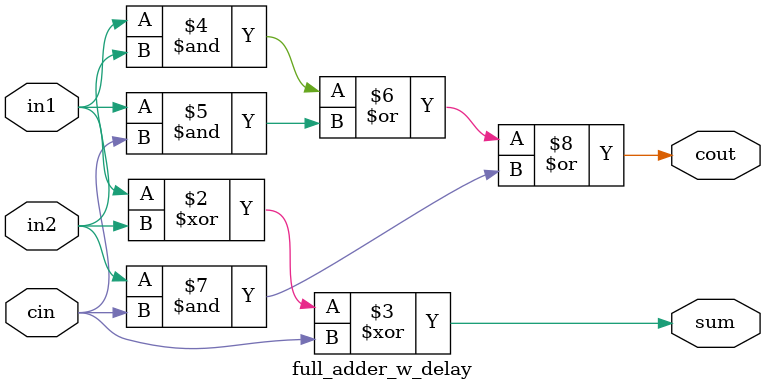
<source format=v>
module full_adder_w_delay (
    input in1,
    input in2,
    input cin,
    output reg sum,
    output reg cout
);

    always @(*)begin
        #5;
        sum <= in1^in2^cin;
        cout <= (in1&in2)|(in1&cin)|(in2&cin);
    end
    
endmodule
</source>
